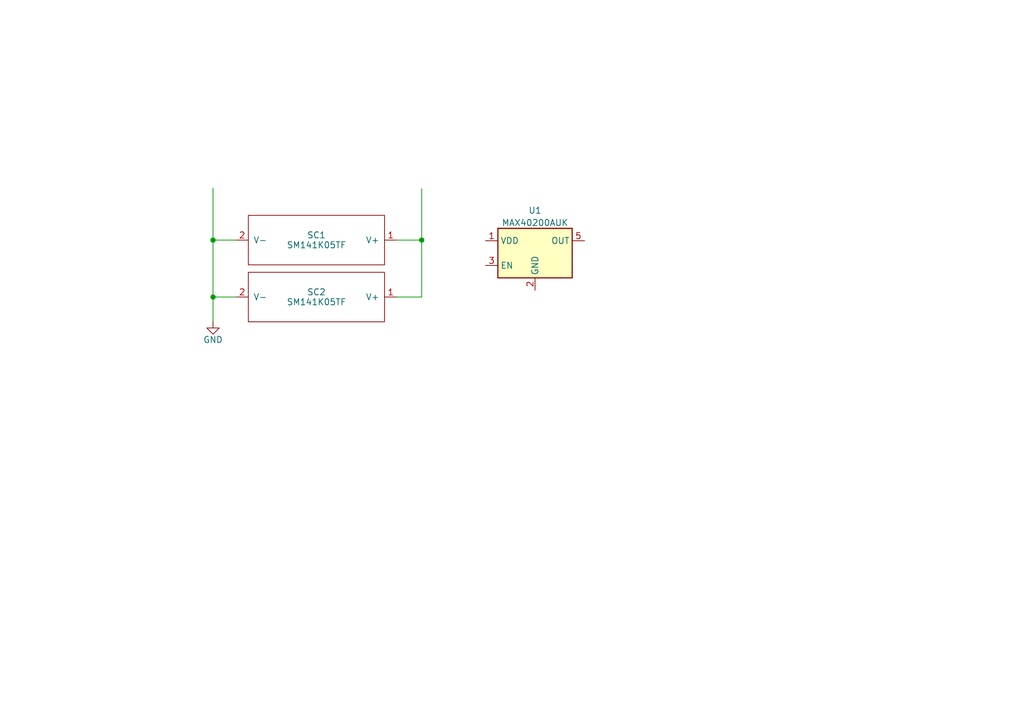
<source format=kicad_sch>
(kicad_sch (version 20230121) (generator eeschema)

  (uuid 3cdea64e-ecc6-4766-ba30-a99189f1bff5)

  (paper "A5")

  (lib_symbols
    (symbol "Analog_Switch:MAX40200AUK" (in_bom yes) (on_board yes)
      (property "Reference" "U" (at -6.35 6.35 0)
        (effects (font (size 1.27 1.27)))
      )
      (property "Value" "MAX40200AUK" (at 7.62 6.35 0)
        (effects (font (size 1.27 1.27)))
      )
      (property "Footprint" "Package_TO_SOT_SMD:SOT-23-5" (at 0 12.7 0)
        (effects (font (size 1.27 1.27)) hide)
      )
      (property "Datasheet" "https://datasheets.maximintegrated.com/en/ds/MAX40200.pdf" (at 0 12.7 0)
        (effects (font (size 1.27 1.27)) hide)
      )
      (property "ki_keywords" "current switch" (at 0 0 0)
        (effects (font (size 1.27 1.27)) hide)
      )
      (property "ki_description" "Ideal Diode, Ultra-Low Voltage Drop, 1.5-5.5V, 1A, SOT-23-5" (at 0 0 0)
        (effects (font (size 1.27 1.27)) hide)
      )
      (property "ki_fp_filters" "SOT?23*" (at 0 0 0)
        (effects (font (size 1.27 1.27)) hide)
      )
      (symbol "MAX40200AUK_1_1"
        (rectangle (start -7.62 -5.08) (end 7.62 5.08)
          (stroke (width 0.254) (type default))
          (fill (type background))
        )
        (pin power_in line (at -10.16 2.54 0) (length 2.54)
          (name "VDD" (effects (font (size 1.27 1.27))))
          (number "1" (effects (font (size 1.27 1.27))))
        )
        (pin power_in line (at 0 -7.62 90) (length 2.54)
          (name "GND" (effects (font (size 1.27 1.27))))
          (number "2" (effects (font (size 1.27 1.27))))
        )
        (pin input line (at -10.16 -2.54 0) (length 2.54)
          (name "EN" (effects (font (size 1.27 1.27))))
          (number "3" (effects (font (size 1.27 1.27))))
        )
        (pin no_connect line (at 7.62 -2.54 180) (length 2.54) hide
          (name "NC" (effects (font (size 1.27 1.27))))
          (number "4" (effects (font (size 1.27 1.27))))
        )
        (pin passive line (at 10.16 2.54 180) (length 2.54)
          (name "OUT" (effects (font (size 1.27 1.27))))
          (number "5" (effects (font (size 1.27 1.27))))
        )
      )
    )
    (symbol "power:GND" (power) (pin_names (offset 0)) (in_bom yes) (on_board yes)
      (property "Reference" "#PWR" (at 0 -6.35 0)
        (effects (font (size 1.27 1.27)) hide)
      )
      (property "Value" "GND" (at 0 -3.81 0)
        (effects (font (size 1.27 1.27)))
      )
      (property "Footprint" "" (at 0 0 0)
        (effects (font (size 1.27 1.27)) hide)
      )
      (property "Datasheet" "" (at 0 0 0)
        (effects (font (size 1.27 1.27)) hide)
      )
      (property "ki_keywords" "global power" (at 0 0 0)
        (effects (font (size 1.27 1.27)) hide)
      )
      (property "ki_description" "Power symbol creates a global label with name \"GND\" , ground" (at 0 0 0)
        (effects (font (size 1.27 1.27)) hide)
      )
      (symbol "GND_0_1"
        (polyline
          (pts
            (xy 0 0)
            (xy 0 -1.27)
            (xy 1.27 -1.27)
            (xy 0 -2.54)
            (xy -1.27 -1.27)
            (xy 0 -1.27)
          )
          (stroke (width 0) (type default))
          (fill (type none))
        )
      )
      (symbol "GND_1_1"
        (pin power_in line (at 0 0 270) (length 0) hide
          (name "GND" (effects (font (size 1.27 1.27))))
          (number "1" (effects (font (size 1.27 1.27))))
        )
      )
    )
    (symbol "solarpanels:SolarCell_Small" (pin_names (offset 1.016)) (in_bom yes) (on_board yes)
      (property "Reference" "SC" (at 0 -1.27 0)
        (effects (font (size 1.27 1.27)))
      )
      (property "Value" "SolarCell_Small" (at 0 1.27 0)
        (effects (font (size 1.27 1.27)))
      )
      (property "Footprint" "solarpanels:KXOB25-05X3F" (at 0 6.35 0)
        (effects (font (size 1.27 1.27)) hide)
      )
      (property "Datasheet" "" (at 5.08 0 90)
        (effects (font (size 1.27 1.27)) hide)
      )
      (symbol "SolarCell_Small_0_1"
        (rectangle (start -13.97 -5.08) (end 13.97 5.08)
          (stroke (width 0) (type default))
          (fill (type none))
        )
      )
      (symbol "SolarCell_Small_1_1"
        (pin bidirectional line (at -16.51 0 0) (length 2.54)
          (name "V+" (effects (font (size 1.27 1.27))))
          (number "1" (effects (font (size 1.27 1.27))))
        )
        (pin bidirectional line (at 16.51 0 180) (length 2.54)
          (name "V-" (effects (font (size 1.27 1.27))))
          (number "2" (effects (font (size 1.27 1.27))))
        )
      )
    )
  )

  (junction (at 43.688 60.96) (diameter 0) (color 0 0 0 0)
    (uuid 01c2a3a9-f08a-4e11-a317-6534a218b3bf)
  )
  (junction (at 86.487 49.276) (diameter 0) (color 0 0 0 0)
    (uuid 5535b2a7-196c-4cee-89b5-2561cf45c1c1)
  )
  (junction (at 43.688 49.276) (diameter 0) (color 0 0 0 0)
    (uuid 884fd4a0-d0ec-47cc-bd2a-1fd884f69334)
  )

  (wire (pts (xy 86.487 49.276) (xy 86.487 60.96))
    (stroke (width 0) (type default))
    (uuid 022c6733-ec3b-4029-ad8f-7e8d25165efc)
  )
  (wire (pts (xy 43.688 49.276) (xy 48.387 49.276))
    (stroke (width 0) (type default))
    (uuid 16ef4925-6134-4921-8b5b-a6f449812985)
  )
  (wire (pts (xy 86.487 49.276) (xy 81.407 49.276))
    (stroke (width 0) (type default))
    (uuid 29b25231-27e2-448f-9599-36f777ed0d50)
  )
  (wire (pts (xy 86.487 38.735) (xy 86.487 49.276))
    (stroke (width 0) (type default))
    (uuid 2d7d1513-e13c-4bce-aa69-340f71318bda)
  )
  (wire (pts (xy 43.688 60.96) (xy 48.387 60.96))
    (stroke (width 0) (type default))
    (uuid 519aad1f-cb16-4c3a-983c-5f0af2514ec9)
  )
  (wire (pts (xy 43.688 49.276) (xy 43.688 60.96))
    (stroke (width 0) (type default))
    (uuid 6b7f09e6-6e78-42f2-8397-4a1216ac325e)
  )
  (wire (pts (xy 43.688 60.96) (xy 43.688 66.04))
    (stroke (width 0) (type default))
    (uuid 998f3a05-dbd7-4948-94ff-a56ea1a74fcf)
  )
  (wire (pts (xy 43.688 38.608) (xy 43.688 49.276))
    (stroke (width 0) (type default))
    (uuid b1c94b14-37cc-4e3a-87a2-cf10e9d81007)
  )
  (wire (pts (xy 86.487 60.96) (xy 81.407 60.96))
    (stroke (width 0) (type default))
    (uuid bf7fa37a-a469-4b0f-9d6c-7e815c7421ee)
  )

  (symbol (lib_id "power:GND") (at 43.688 66.04 0) (unit 1)
    (in_bom yes) (on_board yes) (dnp no)
    (uuid 51efd65a-ca3d-4f92-8079-66bbe0cfd430)
    (property "Reference" "#PWR01" (at 43.688 72.39 0)
      (effects (font (size 1.27 1.27)) hide)
    )
    (property "Value" "GND" (at 43.688 69.723 0)
      (effects (font (size 1.27 1.27)))
    )
    (property "Footprint" "" (at 43.688 66.04 0)
      (effects (font (size 1.27 1.27)) hide)
    )
    (property "Datasheet" "" (at 43.688 66.04 0)
      (effects (font (size 1.27 1.27)) hide)
    )
    (pin "1" (uuid 210cf258-f1c2-40e6-b8ef-780299a93147))
    (instances
      (project "Tester"
        (path "/3cdea64e-ecc6-4766-ba30-a99189f1bff5"
          (reference "#PWR01") (unit 1)
        )
      )
    )
  )

  (symbol (lib_id "solarpanels:SolarCell_Small") (at 64.897 60.96 180) (unit 1)
    (in_bom yes) (on_board yes) (dnp no)
    (uuid aa331011-98e2-4e27-b332-a2aafd8afcab)
    (property "Reference" "SC2" (at 64.897 59.944 0)
      (effects (font (size 1.27 1.27)))
    )
    (property "Value" "SM141K05TF" (at 64.897 61.976 0)
      (effects (font (size 1.27 1.27)))
    )
    (property "Footprint" "solarpanels:SM141K05TF" (at 64.897 67.31 0)
      (effects (font (size 1.27 1.27)) hide)
    )
    (property "Datasheet" "" (at 59.817 60.96 90)
      (effects (font (size 1.27 1.27)) hide)
    )
    (pin "1" (uuid 43f25af2-0f4d-469f-a166-0e61948f9e89))
    (pin "2" (uuid c5277704-b2eb-4a76-a4d3-c2523ae5f653))
    (instances
      (project "Tester"
        (path "/3cdea64e-ecc6-4766-ba30-a99189f1bff5"
          (reference "SC2") (unit 1)
        )
      )
    )
  )

  (symbol (lib_id "Analog_Switch:MAX40200AUK") (at 109.728 51.943 0) (unit 1)
    (in_bom yes) (on_board yes) (dnp no) (fields_autoplaced)
    (uuid b0579072-c55d-4f00-a398-0c97c3434f3e)
    (property "Reference" "U1" (at 109.728 43.18 0)
      (effects (font (size 1.27 1.27)))
    )
    (property "Value" "MAX40200AUK" (at 109.728 45.72 0)
      (effects (font (size 1.27 1.27)))
    )
    (property "Footprint" "Package_TO_SOT_SMD:SOT-23-5" (at 109.728 39.243 0)
      (effects (font (size 1.27 1.27)) hide)
    )
    (property "Datasheet" "https://datasheets.maximintegrated.com/en/ds/MAX40200.pdf" (at 109.728 39.243 0)
      (effects (font (size 1.27 1.27)) hide)
    )
    (pin "1" (uuid d4687376-0af7-4aae-972e-a6f1e7ba9563))
    (pin "2" (uuid 2c52f8fe-55b0-489d-b276-b98bd378d319))
    (pin "3" (uuid 96a8059d-4efd-47a2-a80f-04de990153f1))
    (pin "4" (uuid 5d5b5f9d-0628-41a8-9124-991f28fc5b0d))
    (pin "5" (uuid 9eafcb48-c593-4bd8-aa0d-155ec21c0d3e))
    (instances
      (project "Tester"
        (path "/3cdea64e-ecc6-4766-ba30-a99189f1bff5"
          (reference "U1") (unit 1)
        )
      )
    )
  )

  (symbol (lib_id "solarpanels:SolarCell_Small") (at 64.897 49.276 180) (unit 1)
    (in_bom yes) (on_board yes) (dnp no)
    (uuid ea1ddbdd-eb49-4e25-b530-5925e24d09b6)
    (property "Reference" "SC1" (at 64.897 48.26 0)
      (effects (font (size 1.27 1.27)))
    )
    (property "Value" "SM141K05TF" (at 64.897 50.292 0)
      (effects (font (size 1.27 1.27)))
    )
    (property "Footprint" "solarpanels:SM141K05TF" (at 64.897 55.626 0)
      (effects (font (size 1.27 1.27)) hide)
    )
    (property "Datasheet" "" (at 59.817 49.276 90)
      (effects (font (size 1.27 1.27)) hide)
    )
    (pin "1" (uuid c1438d70-03d2-4a02-885b-3f37d61d8f2c))
    (pin "2" (uuid dc0ae825-1ffd-4417-ac45-f95ee7e4a310))
    (instances
      (project "Tester"
        (path "/3cdea64e-ecc6-4766-ba30-a99189f1bff5"
          (reference "SC1") (unit 1)
        )
      )
    )
  )

  (sheet_instances
    (path "/" (page "1"))
  )
)

</source>
